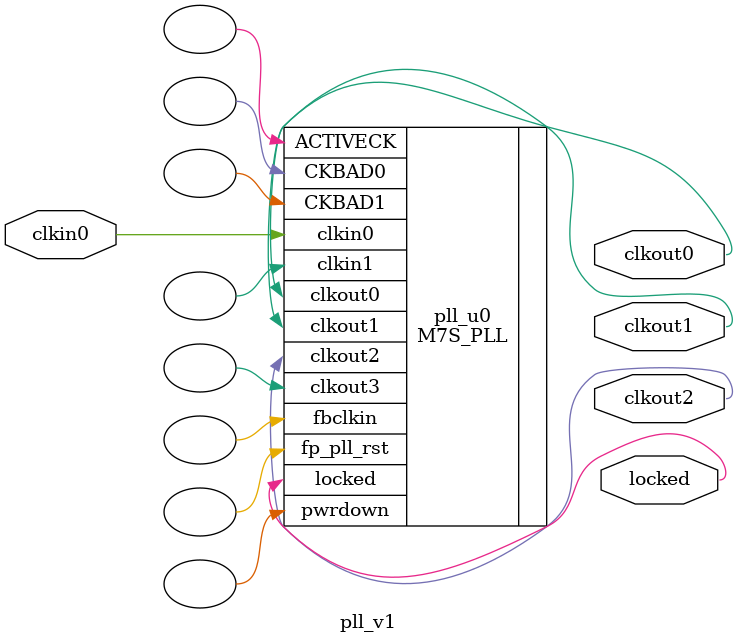
<source format=v>

module pll_v1(
    clkin0,
    clkout0,
    clkout1,
    clkout2,
    locked
);

input clkin0;
output clkout0;
output clkout1;
output clkout2;
output locked;

M7S_PLL #(
        .sel_fbpath (1'b0),
        .pll_fbck_del (4'b0000),
        .pll_sel ("auto"),
        .pwrmode (2'b01),
        .rst_pll_sel (2'b00),
        .pll_divm (8'b00111011),
        .pll_divn (8'b00000000),
        .pll_divc0 (8'b00000101),
        .pll_divc1 (8'b00001011),
        .pll_divc2 (8'b00000010),
        .pll_divc3 (8'b00001000),
        .pll_divmp (3'b000),
        .pll_mken0 (1'b1),
        .pll_mken1 (1'b1),
        .pll_mken2 (1'b1),
        .pll_mken3 (1'b0),
        .pll_bps0 (1'b0),
        .pll_bps1 (1'b0),
        .pll_bps2 (1'b0),
        .pll_bps3 (1'b0),
        .pll_co0dly (8'b00000000),
        .pll_co1dly (8'b00000000),
        .pll_co2dly (8'b00000000),
        .pll_co3dly (8'b00000000),
        .pll_sel_c0phase (3'b000),
        .pll_sel_c1phase (3'b000),
        .pll_sel_c2phase (3'b000),
        .pll_sel_c3phase (3'b000),
        .dyn_pll_rst (1'b0),
        .dyn_pll_pwrdown (1'b0),
        .pll_mp_autor_en (1'b0),
        .pll_lpf (2'b00),
        .pll_vrsel (2'b01),
        .pll_cpsel_cr (2'b11),
        .pll_cpsel_fn (3'b100),
        .pll_kvsel (2'b11),
        .pll_fldd (2'b11),
        .pll_force_lock (1'b0),
        .pll_atest_en (1'b0),
        .pll_dtest_en (1'b0),
        .pll_atest_sel (1'b0),
        .pll_dtest_sel (1'b0),
        .pll_bp_dvdd12 (1'b0),
        .pll_divfb (1'b0),
        .pll_cksel (1'b0),
        .pll_ck_switch_en (1'b0),
        .pll_lkd_tol (1'b0),
        .pll_lkd_hold (1'b0),
        .pll_ssen (1'b0),
        .pll_ssrg (2'b01),
        .pll_ssdivh (2'b00),
        .pll_ssdivl (8'b11000111),
        .pll_bk (2'b00),
        .amux_sel (6'b000000),
        .cfg_nc (3'b000),
        .cfg_ldo_cfg (5'b00000)
)
pll_u0 (
        .clkin0 (clkin0),
        .clkin1 (),
        .fbclkin (),
        .pwrdown (),
        .fp_pll_rst (),
        .ACTIVECK (),
        .CKBAD0 (),
        .CKBAD1 (),
        .clkout0 (clkout0),
        .clkout1 (clkout1),
        .clkout2 (clkout2),
        .clkout3 (),
        .locked (locked)
);

endmodule

// ============================================================
//                  pll Setting
//
// Warning: This part is read by Primace, please don't modify it.
// ============================================================
// Device          : M7A12N0F484C7
// Module          : pll_v1
// IP core         : pll
// IP Version      : 1

// AutoCalc        : true
// AutoSwitch      : false
// Bypass0         : false
// Bypass1         : false
// Bypass2         : false
// Bypass3         : false
// C0              : 5
// C1              : 11
// C2              : 2
// C3              : 8
// Clkin0Enable    : true
// Clkin1Enable    : false
// ClkinDefault    : 0
// Delay0          : 0
// Delay1          : 0
// Delay2          : 0
// Delay3          : 0
// DeskewMode      : None
// DivideMP        : 0
// Enable0         : true
// Enable1         : true
// Enable2         : true
// Enable3         : false
// InputFreq       : 20
// M               : 59
// N               : 0
// Phase0          : 0
// Phase1          : 0
// Phase2          : 0
// Phase3          : 0
// PllLocation     : auto
// PortActiveck    : false
// PortCkbad0      : false
// PortCkbad1      : false
// PortLocked      : true
// PowerMode       : always_on
// ResetMode       : ccb
// Simulation Files: 
// SpreadDivH      : 0
// SpreadDivL      : 199
// SpreadEnable    : false
// SpreadRatio     : 1
// Synthesis Files : 
// VcoDivide       : 1

</source>
